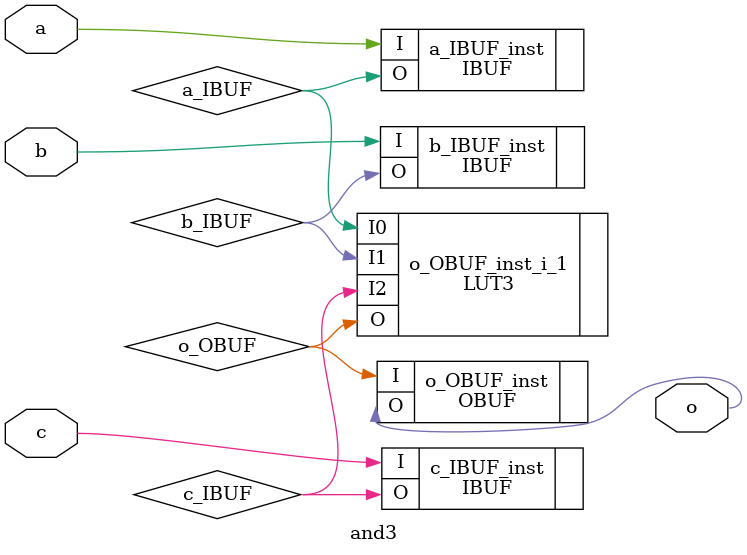
<source format=v>
`timescale 1 ps / 1 ps

(* ECO_CHECKSUM = "38aed83e" *) 
(* STRUCTURAL_NETLIST = "yes" *)
module and3
   (a,
    b,
    c,
    o);
  input a;
  input b;
  input c;
  output o;

  wire a;
  wire a_IBUF;
  wire b;
  wire b_IBUF;
  wire c;
  wire c_IBUF;
  wire o;
  wire o_OBUF;

  IBUF a_IBUF_inst
       (.I(a),
        .O(a_IBUF));
  IBUF b_IBUF_inst
       (.I(b),
        .O(b_IBUF));
  IBUF c_IBUF_inst
       (.I(c),
        .O(c_IBUF));
  OBUF o_OBUF_inst
       (.I(o_OBUF),
        .O(o));
  LUT3 #(
    .INIT(8'h80)) 
    o_OBUF_inst_i_1
       (.I0(a_IBUF),
        .I1(b_IBUF),
        .I2(c_IBUF),
        .O(o_OBUF));
endmodule

</source>
